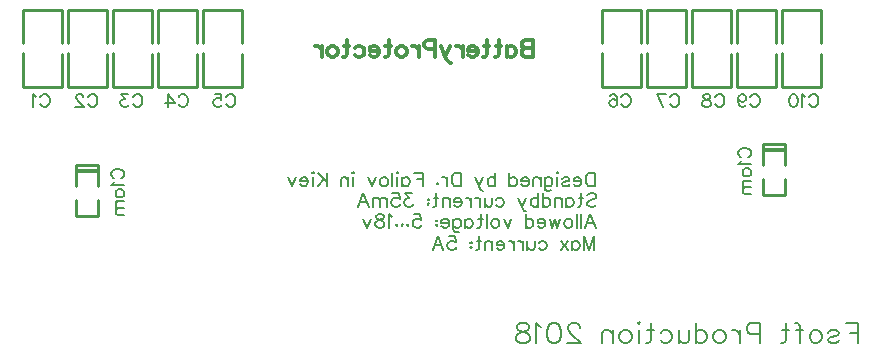
<source format=gbo>
G04 ---------------------------- Layer name :BOTTOM SILK LAYER*
G04 EasyEDA v5.5.15, Sun, 01 Jul 2018 10:37:49 GMT*
G04 c73fb6d924554c21b160e83e72d7d2f4*
G04 Gerber Generator version 0.2*
G04 Scale: 100 percent, Rotated: No, Reflected: No *
G04 Dimensions in millimeters *
G04 leading zeros omitted , absolute positions ,3 integer and 3 decimal *
%FSLAX33Y33*%
%MOMM*%
G90*
G71D02*

%ADD10C,0.254000*%
%ADD15C,0.203200*%
%ADD16C,0.177800*%
%ADD39C,0.330200*%
%ADD41C,0.299999*%
%ADD42C,0.269999*%

%LPD*%
G54D42*
G01X4673Y27406D02*
G01X4673Y30276D01*
G01X8001Y30276D01*
G01X8001Y27406D01*
G01X8001Y27406D01*
G01X8001Y26492D02*
G01X8001Y26517D01*
G01X8001Y23698D01*
G01X4673Y23698D01*
G01X4673Y26568D01*
G01X8483Y27406D02*
G01X8483Y30276D01*
G01X11811Y30276D01*
G01X11811Y27406D01*
G01X11811Y27406D01*
G01X11811Y26492D02*
G01X11811Y26517D01*
G01X11811Y23698D01*
G01X8483Y23698D01*
G01X8483Y26568D01*
G01X12293Y27406D02*
G01X12293Y30276D01*
G01X15621Y30276D01*
G01X15621Y27406D01*
G01X15621Y27406D01*
G01X15621Y26492D02*
G01X15621Y26517D01*
G01X15621Y23698D01*
G01X12293Y23698D01*
G01X12293Y26568D01*
G01X16103Y27406D02*
G01X16103Y30276D01*
G01X19431Y30276D01*
G01X19431Y27406D01*
G01X19431Y27406D01*
G01X19431Y26492D02*
G01X19431Y26517D01*
G01X19431Y23698D01*
G01X16103Y23698D01*
G01X16103Y26568D01*
G01X19913Y27406D02*
G01X19913Y30276D01*
G01X23241Y30276D01*
G01X23241Y27406D01*
G01X23241Y27406D01*
G01X23241Y26492D02*
G01X23241Y26517D01*
G01X23241Y23698D01*
G01X19913Y23698D01*
G01X19913Y26568D01*
G01X53695Y27406D02*
G01X53695Y30276D01*
G01X57023Y30276D01*
G01X57023Y27406D01*
G01X57023Y27406D01*
G01X57023Y26492D02*
G01X57023Y26517D01*
G01X57023Y23698D01*
G01X53695Y23698D01*
G01X53695Y26568D01*
G01X57505Y27406D02*
G01X57505Y30276D01*
G01X60833Y30276D01*
G01X60833Y27406D01*
G01X60833Y27406D01*
G01X60833Y26492D02*
G01X60833Y26517D01*
G01X60833Y23698D01*
G01X57505Y23698D01*
G01X57505Y26568D01*
G01X61315Y27406D02*
G01X61315Y30276D01*
G01X64643Y30276D01*
G01X64643Y27406D01*
G01X64643Y27406D01*
G01X64643Y26492D02*
G01X64643Y26517D01*
G01X64643Y23698D01*
G01X61315Y23698D01*
G01X61315Y26568D01*
G01X65125Y27406D02*
G01X65125Y30276D01*
G01X68453Y30276D01*
G01X68453Y27406D01*
G01X68453Y27406D01*
G01X68453Y26492D02*
G01X68453Y26517D01*
G01X68453Y23698D01*
G01X65125Y23698D01*
G01X65125Y26568D01*
G01X68935Y27406D02*
G01X68935Y30276D01*
G01X72263Y30276D01*
G01X72263Y27406D01*
G01X72263Y27406D01*
G01X72263Y26492D02*
G01X72263Y26517D01*
G01X72263Y23698D01*
G01X68935Y23698D01*
G01X68935Y26568D01*
G54D39*
G01X69199Y18409D02*
G01X67452Y18409D01*
G54D10*
G01X69253Y17084D02*
G01X69253Y18884D01*
G01X67398Y18884D01*
G01X69253Y15885D02*
G01X69253Y14610D01*
G01X67398Y14610D01*
G01X67398Y14610D02*
G01X67398Y15885D01*
G01X67398Y17084D02*
G01X67398Y18884D01*
G54D39*
G01X11033Y16631D02*
G01X9286Y16631D01*
G54D10*
G01X11087Y15306D02*
G01X11087Y17106D01*
G01X9232Y17106D01*
G01X11087Y14107D02*
G01X11087Y12832D01*
G01X9232Y12832D01*
G01X9232Y12832D02*
G01X9232Y14107D01*
G01X9232Y15306D02*
G01X9232Y17106D01*
G54D16*
G01X6190Y22854D02*
G01X6242Y22958D01*
G01X6346Y23062D01*
G01X6450Y23113D01*
G01X6658Y23113D01*
G01X6762Y23062D01*
G01X6866Y22958D01*
G01X6918Y22854D01*
G01X6969Y22698D01*
G01X6969Y22438D01*
G01X6918Y22282D01*
G01X6866Y22178D01*
G01X6762Y22074D01*
G01X6658Y22022D01*
G01X6450Y22022D01*
G01X6346Y22074D01*
G01X6242Y22178D01*
G01X6190Y22282D01*
G01X5847Y22906D02*
G01X5743Y22958D01*
G01X5588Y23113D01*
G01X5588Y22022D01*
G01X10214Y22854D02*
G01X10266Y22958D01*
G01X10370Y23062D01*
G01X10473Y23113D01*
G01X10681Y23113D01*
G01X10785Y23062D01*
G01X10889Y22958D01*
G01X10941Y22854D01*
G01X10993Y22698D01*
G01X10993Y22438D01*
G01X10941Y22282D01*
G01X10889Y22178D01*
G01X10785Y22074D01*
G01X10681Y22022D01*
G01X10473Y22022D01*
G01X10370Y22074D01*
G01X10266Y22178D01*
G01X10214Y22282D01*
G01X9819Y22854D02*
G01X9819Y22906D01*
G01X9767Y23010D01*
G01X9715Y23062D01*
G01X9611Y23113D01*
G01X9403Y23113D01*
G01X9299Y23062D01*
G01X9247Y23010D01*
G01X9195Y22906D01*
G01X9195Y22802D01*
G01X9247Y22698D01*
G01X9351Y22542D01*
G01X9871Y22022D01*
G01X9143Y22022D01*
G01X14024Y22854D02*
G01X14076Y22958D01*
G01X14180Y23062D01*
G01X14283Y23113D01*
G01X14491Y23113D01*
G01X14595Y23062D01*
G01X14699Y22958D01*
G01X14751Y22854D01*
G01X14803Y22698D01*
G01X14803Y22438D01*
G01X14751Y22282D01*
G01X14699Y22178D01*
G01X14595Y22074D01*
G01X14491Y22022D01*
G01X14283Y22022D01*
G01X14180Y22074D01*
G01X14076Y22178D01*
G01X14024Y22282D01*
G01X13577Y23113D02*
G01X13005Y23113D01*
G01X13317Y22698D01*
G01X13161Y22698D01*
G01X13057Y22646D01*
G01X13005Y22594D01*
G01X12953Y22438D01*
G01X12953Y22334D01*
G01X13005Y22178D01*
G01X13109Y22074D01*
G01X13265Y22022D01*
G01X13421Y22022D01*
G01X13577Y22074D01*
G01X13629Y22126D01*
G01X13681Y22230D01*
G01X17886Y22854D02*
G01X17938Y22958D01*
G01X18042Y23062D01*
G01X18145Y23113D01*
G01X18353Y23113D01*
G01X18457Y23062D01*
G01X18561Y22958D01*
G01X18613Y22854D01*
G01X18665Y22698D01*
G01X18665Y22438D01*
G01X18613Y22282D01*
G01X18561Y22178D01*
G01X18457Y22074D01*
G01X18353Y22022D01*
G01X18145Y22022D01*
G01X18042Y22074D01*
G01X17938Y22178D01*
G01X17886Y22282D01*
G01X17023Y23113D02*
G01X17543Y22386D01*
G01X16763Y22386D01*
G01X17023Y23113D02*
G01X17023Y22022D01*
G01X21898Y22854D02*
G01X21950Y22958D01*
G01X22054Y23062D01*
G01X22157Y23113D01*
G01X22365Y23113D01*
G01X22469Y23062D01*
G01X22573Y22958D01*
G01X22625Y22854D01*
G01X22677Y22698D01*
G01X22677Y22438D01*
G01X22625Y22282D01*
G01X22573Y22178D01*
G01X22469Y22074D01*
G01X22365Y22022D01*
G01X22157Y22022D01*
G01X22054Y22074D01*
G01X21950Y22178D01*
G01X21898Y22282D01*
G01X20931Y23113D02*
G01X21451Y23113D01*
G01X21503Y22646D01*
G01X21451Y22698D01*
G01X21295Y22750D01*
G01X21139Y22750D01*
G01X20983Y22698D01*
G01X20879Y22594D01*
G01X20827Y22438D01*
G01X20827Y22334D01*
G01X20879Y22178D01*
G01X20983Y22074D01*
G01X21139Y22022D01*
G01X21295Y22022D01*
G01X21451Y22074D01*
G01X21503Y22126D01*
G01X21555Y22230D01*
G01X55374Y22854D02*
G01X55426Y22958D01*
G01X55530Y23062D01*
G01X55634Y23113D01*
G01X55841Y23113D01*
G01X55945Y23062D01*
G01X56049Y22958D01*
G01X56101Y22854D01*
G01X56153Y22698D01*
G01X56153Y22438D01*
G01X56101Y22282D01*
G01X56049Y22178D01*
G01X55945Y22074D01*
G01X55841Y22022D01*
G01X55634Y22022D01*
G01X55530Y22074D01*
G01X55426Y22178D01*
G01X55374Y22282D01*
G01X54407Y22958D02*
G01X54459Y23062D01*
G01X54615Y23113D01*
G01X54719Y23113D01*
G01X54875Y23062D01*
G01X54979Y22906D01*
G01X55031Y22646D01*
G01X55031Y22386D01*
G01X54979Y22178D01*
G01X54875Y22074D01*
G01X54719Y22022D01*
G01X54667Y22022D01*
G01X54511Y22074D01*
G01X54407Y22178D01*
G01X54355Y22334D01*
G01X54355Y22386D01*
G01X54407Y22542D01*
G01X54511Y22646D01*
G01X54667Y22698D01*
G01X54719Y22698D01*
G01X54875Y22646D01*
G01X54979Y22542D01*
G01X55031Y22386D01*
G01X59490Y22854D02*
G01X59542Y22958D01*
G01X59646Y23062D01*
G01X59750Y23114D01*
G01X59957Y23114D01*
G01X60061Y23062D01*
G01X60165Y22958D01*
G01X60217Y22854D01*
G01X60269Y22698D01*
G01X60269Y22438D01*
G01X60217Y22282D01*
G01X60165Y22178D01*
G01X60061Y22074D01*
G01X59957Y22022D01*
G01X59750Y22022D01*
G01X59646Y22074D01*
G01X59542Y22178D01*
G01X59490Y22282D01*
G01X58419Y23114D02*
G01X58939Y22022D01*
G01X59147Y23114D02*
G01X58419Y23114D01*
G01X63300Y22854D02*
G01X63352Y22958D01*
G01X63456Y23062D01*
G01X63560Y23114D01*
G01X63767Y23114D01*
G01X63871Y23062D01*
G01X63975Y22958D01*
G01X64027Y22854D01*
G01X64079Y22698D01*
G01X64079Y22438D01*
G01X64027Y22282D01*
G01X63975Y22178D01*
G01X63871Y22074D01*
G01X63767Y22022D01*
G01X63560Y22022D01*
G01X63456Y22074D01*
G01X63352Y22178D01*
G01X63300Y22282D01*
G01X62697Y23114D02*
G01X62853Y23062D01*
G01X62905Y22958D01*
G01X62905Y22854D01*
G01X62853Y22750D01*
G01X62749Y22698D01*
G01X62541Y22646D01*
G01X62385Y22594D01*
G01X62281Y22490D01*
G01X62229Y22386D01*
G01X62229Y22230D01*
G01X62281Y22126D01*
G01X62333Y22074D01*
G01X62489Y22022D01*
G01X62697Y22022D01*
G01X62853Y22074D01*
G01X62905Y22126D01*
G01X62957Y22230D01*
G01X62957Y22386D01*
G01X62905Y22490D01*
G01X62801Y22594D01*
G01X62645Y22646D01*
G01X62437Y22698D01*
G01X62333Y22750D01*
G01X62281Y22854D01*
G01X62281Y22958D01*
G01X62333Y23062D01*
G01X62489Y23114D01*
G01X62697Y23114D01*
G01X66296Y22854D02*
G01X66348Y22958D01*
G01X66452Y23062D01*
G01X66556Y23114D01*
G01X66763Y23114D01*
G01X66867Y23062D01*
G01X66971Y22958D01*
G01X67023Y22854D01*
G01X67075Y22698D01*
G01X67075Y22438D01*
G01X67023Y22282D01*
G01X66971Y22178D01*
G01X66867Y22074D01*
G01X66763Y22022D01*
G01X66556Y22022D01*
G01X66452Y22074D01*
G01X66348Y22178D01*
G01X66296Y22282D01*
G01X65277Y22750D02*
G01X65329Y22594D01*
G01X65433Y22490D01*
G01X65589Y22438D01*
G01X65641Y22438D01*
G01X65797Y22490D01*
G01X65901Y22594D01*
G01X65953Y22750D01*
G01X65953Y22802D01*
G01X65901Y22958D01*
G01X65797Y23062D01*
G01X65641Y23114D01*
G01X65589Y23114D01*
G01X65433Y23062D01*
G01X65329Y22958D01*
G01X65277Y22750D01*
G01X65277Y22490D01*
G01X65329Y22230D01*
G01X65433Y22074D01*
G01X65589Y22022D01*
G01X65693Y22022D01*
G01X65849Y22074D01*
G01X65901Y22178D01*
G01X71268Y22854D02*
G01X71320Y22958D01*
G01X71424Y23062D01*
G01X71528Y23114D01*
G01X71736Y23114D01*
G01X71840Y23062D01*
G01X71944Y22958D01*
G01X71996Y22854D01*
G01X72048Y22698D01*
G01X72048Y22438D01*
G01X71996Y22282D01*
G01X71944Y22178D01*
G01X71840Y22074D01*
G01X71736Y22022D01*
G01X71528Y22022D01*
G01X71424Y22074D01*
G01X71320Y22178D01*
G01X71268Y22282D01*
G01X70926Y22906D02*
G01X70822Y22958D01*
G01X70666Y23114D01*
G01X70666Y22022D01*
G01X70011Y23114D02*
G01X70167Y23062D01*
G01X70271Y22906D01*
G01X70323Y22646D01*
G01X70323Y22490D01*
G01X70271Y22230D01*
G01X70167Y22074D01*
G01X70011Y22022D01*
G01X69907Y22022D01*
G01X69751Y22074D01*
G01X69648Y22230D01*
G01X69596Y22490D01*
G01X69596Y22646D01*
G01X69648Y22906D01*
G01X69751Y23062D01*
G01X69907Y23114D01*
G01X70011Y23114D01*
G01X65537Y17762D02*
G01X65433Y17814D01*
G01X65329Y17918D01*
G01X65277Y18022D01*
G01X65277Y18230D01*
G01X65329Y18334D01*
G01X65433Y18438D01*
G01X65537Y18490D01*
G01X65693Y18542D01*
G01X65953Y18542D01*
G01X66109Y18490D01*
G01X66213Y18438D01*
G01X66317Y18334D01*
G01X66368Y18230D01*
G01X66368Y18022D01*
G01X66317Y17918D01*
G01X66213Y17814D01*
G01X66109Y17762D01*
G01X65485Y17419D02*
G01X65433Y17315D01*
G01X65277Y17160D01*
G01X66368Y17160D01*
G01X65641Y16557D02*
G01X65693Y16661D01*
G01X65797Y16765D01*
G01X65953Y16817D01*
G01X66057Y16817D01*
G01X66213Y16765D01*
G01X66317Y16661D01*
G01X66368Y16557D01*
G01X66368Y16401D01*
G01X66317Y16297D01*
G01X66213Y16193D01*
G01X66057Y16141D01*
G01X65953Y16141D01*
G01X65797Y16193D01*
G01X65693Y16297D01*
G01X65641Y16401D01*
G01X65641Y16557D01*
G01X65641Y15798D02*
G01X66368Y15798D01*
G01X65849Y15798D02*
G01X65693Y15642D01*
G01X65641Y15539D01*
G01X65641Y15383D01*
G01X65693Y15279D01*
G01X65849Y15227D01*
G01X66368Y15227D01*
G01X65849Y15227D02*
G01X65693Y15071D01*
G01X65641Y14967D01*
G01X65641Y14811D01*
G01X65693Y14707D01*
G01X65849Y14655D01*
G01X66368Y14655D01*
G01X12449Y15987D02*
G01X12345Y16039D01*
G01X12241Y16143D01*
G01X12189Y16247D01*
G01X12189Y16454D01*
G01X12241Y16558D01*
G01X12345Y16662D01*
G01X12449Y16714D01*
G01X12605Y16766D01*
G01X12864Y16766D01*
G01X13020Y16714D01*
G01X13124Y16662D01*
G01X13228Y16558D01*
G01X13280Y16454D01*
G01X13280Y16247D01*
G01X13228Y16143D01*
G01X13124Y16039D01*
G01X13020Y15987D01*
G01X12397Y15644D02*
G01X12345Y15540D01*
G01X12189Y15384D01*
G01X13280Y15384D01*
G01X12553Y14781D02*
G01X12605Y14885D01*
G01X12708Y14989D01*
G01X12864Y15041D01*
G01X12968Y15041D01*
G01X13124Y14989D01*
G01X13228Y14885D01*
G01X13280Y14781D01*
G01X13280Y14626D01*
G01X13228Y14522D01*
G01X13124Y14418D01*
G01X12968Y14366D01*
G01X12864Y14366D01*
G01X12708Y14418D01*
G01X12605Y14522D01*
G01X12553Y14626D01*
G01X12553Y14781D01*
G01X12553Y14023D02*
G01X13280Y14023D01*
G01X12760Y14023D02*
G01X12605Y13867D01*
G01X12553Y13763D01*
G01X12553Y13607D01*
G01X12605Y13503D01*
G01X12760Y13451D01*
G01X13280Y13451D01*
G01X12760Y13451D02*
G01X12605Y13295D01*
G01X12553Y13192D01*
G01X12553Y13036D01*
G01X12605Y12932D01*
G01X12760Y12880D01*
G01X13280Y12880D01*
G54D41*
G01X47873Y27686D02*
G01X47873Y26254D01*
G01X47873Y27686D02*
G01X47259Y27686D01*
G01X47054Y27617D01*
G01X46986Y27549D01*
G01X46918Y27413D01*
G01X46918Y27276D01*
G01X46986Y27140D01*
G01X47054Y27072D01*
G01X47259Y27004D01*
G01X47873Y27004D02*
G01X47259Y27004D01*
G01X47054Y26935D01*
G01X46986Y26867D01*
G01X46918Y26731D01*
G01X46918Y26526D01*
G01X46986Y26390D01*
G01X47054Y26322D01*
G01X47259Y26254D01*
G01X47873Y26254D01*
G01X45650Y27208D02*
G01X45650Y26254D01*
G01X45650Y27004D02*
G01X45786Y27140D01*
G01X45923Y27208D01*
G01X46127Y27208D01*
G01X46263Y27140D01*
G01X46400Y27004D01*
G01X46468Y26799D01*
G01X46468Y26663D01*
G01X46400Y26458D01*
G01X46263Y26322D01*
G01X46127Y26254D01*
G01X45923Y26254D01*
G01X45786Y26322D01*
G01X45650Y26458D01*
G01X44995Y27686D02*
G01X44995Y26526D01*
G01X44927Y26322D01*
G01X44791Y26254D01*
G01X44654Y26254D01*
G01X45200Y27208D02*
G01X44723Y27208D01*
G01X44000Y27686D02*
G01X44000Y26526D01*
G01X43932Y26322D01*
G01X43795Y26254D01*
G01X43659Y26254D01*
G01X44204Y27208D02*
G01X43727Y27208D01*
G01X43209Y26799D02*
G01X42391Y26799D01*
G01X42391Y26935D01*
G01X42459Y27072D01*
G01X42527Y27140D01*
G01X42663Y27208D01*
G01X42868Y27208D01*
G01X43004Y27140D01*
G01X43141Y27004D01*
G01X43209Y26799D01*
G01X43209Y26663D01*
G01X43141Y26458D01*
G01X43004Y26322D01*
G01X42868Y26254D01*
G01X42663Y26254D01*
G01X42527Y26322D01*
G01X42391Y26458D01*
G01X41941Y27208D02*
G01X41941Y26254D01*
G01X41941Y26799D02*
G01X41873Y27004D01*
G01X41736Y27140D01*
G01X41600Y27208D01*
G01X41395Y27208D01*
G01X40877Y27208D02*
G01X40468Y26254D01*
G01X40059Y27208D02*
G01X40468Y26254D01*
G01X40604Y25981D01*
G01X40741Y25845D01*
G01X40877Y25776D01*
G01X40945Y25776D01*
G01X39609Y27686D02*
G01X39609Y26254D01*
G01X39609Y27686D02*
G01X38995Y27686D01*
G01X38791Y27617D01*
G01X38723Y27549D01*
G01X38654Y27413D01*
G01X38654Y27208D01*
G01X38723Y27072D01*
G01X38791Y27004D01*
G01X38995Y26935D01*
G01X39609Y26935D01*
G01X38204Y27208D02*
G01X38204Y26254D01*
G01X38204Y26799D02*
G01X38136Y27004D01*
G01X38000Y27140D01*
G01X37864Y27208D01*
G01X37659Y27208D01*
G01X36868Y27208D02*
G01X37004Y27140D01*
G01X37141Y27004D01*
G01X37209Y26799D01*
G01X37209Y26663D01*
G01X37141Y26458D01*
G01X37004Y26322D01*
G01X36868Y26254D01*
G01X36664Y26254D01*
G01X36527Y26322D01*
G01X36391Y26458D01*
G01X36323Y26663D01*
G01X36323Y26799D01*
G01X36391Y27004D01*
G01X36527Y27140D01*
G01X36664Y27208D01*
G01X36868Y27208D01*
G01X35668Y27686D02*
G01X35668Y26526D01*
G01X35600Y26322D01*
G01X35464Y26254D01*
G01X35327Y26254D01*
G01X35873Y27208D02*
G01X35395Y27208D01*
G01X34877Y26799D02*
G01X34059Y26799D01*
G01X34059Y26935D01*
G01X34127Y27072D01*
G01X34195Y27140D01*
G01X34332Y27208D01*
G01X34536Y27208D01*
G01X34673Y27140D01*
G01X34809Y27004D01*
G01X34877Y26799D01*
G01X34877Y26663D01*
G01X34809Y26458D01*
G01X34673Y26322D01*
G01X34536Y26254D01*
G01X34332Y26254D01*
G01X34195Y26322D01*
G01X34059Y26458D01*
G01X32791Y27004D02*
G01X32927Y27140D01*
G01X33064Y27208D01*
G01X33268Y27208D01*
G01X33404Y27140D01*
G01X33541Y27004D01*
G01X33609Y26799D01*
G01X33609Y26663D01*
G01X33541Y26458D01*
G01X33404Y26322D01*
G01X33268Y26254D01*
G01X33064Y26254D01*
G01X32927Y26322D01*
G01X32791Y26458D01*
G01X32136Y27686D02*
G01X32136Y26526D01*
G01X32068Y26322D01*
G01X31932Y26254D01*
G01X31795Y26254D01*
G01X32341Y27208D02*
G01X31864Y27208D01*
G01X31004Y27208D02*
G01X31141Y27140D01*
G01X31277Y27004D01*
G01X31345Y26799D01*
G01X31345Y26663D01*
G01X31277Y26458D01*
G01X31141Y26322D01*
G01X31004Y26254D01*
G01X30800Y26254D01*
G01X30664Y26322D01*
G01X30527Y26458D01*
G01X30459Y26663D01*
G01X30459Y26799D01*
G01X30527Y27004D01*
G01X30664Y27140D01*
G01X30800Y27208D01*
G01X31004Y27208D01*
G01X30009Y27208D02*
G01X30009Y26254D01*
G01X30009Y26799D02*
G01X29941Y27004D01*
G01X29804Y27140D01*
G01X29668Y27208D01*
G01X29464Y27208D01*
G54D15*
G01X75412Y3728D02*
G01X75412Y2010D01*
G01X75412Y3728D02*
G01X74349Y3728D01*
G01X75412Y2910D02*
G01X74758Y2910D01*
G01X72909Y2910D02*
G01X72991Y3073D01*
G01X73236Y3155D01*
G01X73481Y3155D01*
G01X73727Y3073D01*
G01X73809Y2910D01*
G01X73727Y2746D01*
G01X73563Y2664D01*
G01X73154Y2582D01*
G01X72991Y2500D01*
G01X72909Y2337D01*
G01X72909Y2255D01*
G01X72991Y2091D01*
G01X73236Y2010D01*
G01X73481Y2010D01*
G01X73727Y2091D01*
G01X73809Y2255D01*
G01X71960Y3155D02*
G01X72123Y3073D01*
G01X72287Y2910D01*
G01X72369Y2664D01*
G01X72369Y2500D01*
G01X72287Y2255D01*
G01X72123Y2091D01*
G01X71960Y2010D01*
G01X71714Y2010D01*
G01X71551Y2091D01*
G01X71387Y2255D01*
G01X71305Y2500D01*
G01X71305Y2664D01*
G01X71387Y2910D01*
G01X71551Y3073D01*
G01X71714Y3155D01*
G01X71960Y3155D01*
G01X70111Y3728D02*
G01X70274Y3728D01*
G01X70438Y3646D01*
G01X70520Y3400D01*
G01X70520Y2010D01*
G01X70765Y3155D02*
G01X70192Y3155D01*
G01X69325Y3728D02*
G01X69325Y2337D01*
G01X69243Y2091D01*
G01X69080Y2010D01*
G01X68916Y2010D01*
G01X69571Y3155D02*
G01X68998Y3155D01*
G01X67116Y3728D02*
G01X67116Y2010D01*
G01X67116Y3728D02*
G01X66380Y3728D01*
G01X66134Y3646D01*
G01X66052Y3564D01*
G01X65971Y3400D01*
G01X65971Y3155D01*
G01X66052Y2991D01*
G01X66134Y2910D01*
G01X66380Y2828D01*
G01X67116Y2828D01*
G01X65431Y3155D02*
G01X65431Y2010D01*
G01X65431Y2664D02*
G01X65349Y2910D01*
G01X65185Y3073D01*
G01X65021Y3155D01*
G01X64776Y3155D01*
G01X63827Y3155D02*
G01X63991Y3073D01*
G01X64154Y2910D01*
G01X64236Y2664D01*
G01X64236Y2500D01*
G01X64154Y2255D01*
G01X63991Y2091D01*
G01X63827Y2010D01*
G01X63581Y2010D01*
G01X63418Y2091D01*
G01X63254Y2255D01*
G01X63172Y2500D01*
G01X63172Y2664D01*
G01X63254Y2910D01*
G01X63418Y3073D01*
G01X63581Y3155D01*
G01X63827Y3155D01*
G01X61651Y3728D02*
G01X61651Y2010D01*
G01X61651Y2910D02*
G01X61814Y3073D01*
G01X61978Y3155D01*
G01X62223Y3155D01*
G01X62387Y3073D01*
G01X62551Y2910D01*
G01X62632Y2664D01*
G01X62632Y2500D01*
G01X62551Y2255D01*
G01X62387Y2091D01*
G01X62223Y2010D01*
G01X61978Y2010D01*
G01X61814Y2091D01*
G01X61651Y2255D01*
G01X61111Y3155D02*
G01X61111Y2337D01*
G01X61029Y2091D01*
G01X60865Y2010D01*
G01X60620Y2010D01*
G01X60456Y2091D01*
G01X60211Y2337D01*
G01X60211Y3155D02*
G01X60211Y2010D01*
G01X58689Y2910D02*
G01X58852Y3073D01*
G01X59016Y3155D01*
G01X59261Y3155D01*
G01X59425Y3073D01*
G01X59589Y2910D01*
G01X59671Y2664D01*
G01X59671Y2500D01*
G01X59589Y2255D01*
G01X59425Y2091D01*
G01X59261Y2010D01*
G01X59016Y2010D01*
G01X58852Y2091D01*
G01X58689Y2255D01*
G01X57903Y3728D02*
G01X57903Y2337D01*
G01X57821Y2091D01*
G01X57658Y2010D01*
G01X57494Y2010D01*
G01X58149Y3155D02*
G01X57576Y3155D01*
G01X56954Y3728D02*
G01X56872Y3646D01*
G01X56791Y3728D01*
G01X56872Y3810D01*
G01X56954Y3728D01*
G01X56872Y3155D02*
G01X56872Y2010D01*
G01X55841Y3155D02*
G01X56005Y3073D01*
G01X56169Y2910D01*
G01X56251Y2664D01*
G01X56251Y2500D01*
G01X56169Y2255D01*
G01X56005Y2091D01*
G01X55841Y2010D01*
G01X55596Y2010D01*
G01X55432Y2091D01*
G01X55269Y2255D01*
G01X55187Y2500D01*
G01X55187Y2664D01*
G01X55269Y2910D01*
G01X55432Y3073D01*
G01X55596Y3155D01*
G01X55841Y3155D01*
G01X54647Y3155D02*
G01X54647Y2010D01*
G01X54647Y2828D02*
G01X54401Y3073D01*
G01X54238Y3155D01*
G01X53992Y3155D01*
G01X53829Y3073D01*
G01X53747Y2828D01*
G01X53747Y2010D01*
G01X51865Y3319D02*
G01X51865Y3400D01*
G01X51783Y3564D01*
G01X51701Y3646D01*
G01X51538Y3728D01*
G01X51211Y3728D01*
G01X51047Y3646D01*
G01X50965Y3564D01*
G01X50883Y3400D01*
G01X50883Y3237D01*
G01X50965Y3073D01*
G01X51129Y2828D01*
G01X51947Y2010D01*
G01X50801Y2010D01*
G01X49771Y3728D02*
G01X50016Y3646D01*
G01X50180Y3400D01*
G01X50261Y2991D01*
G01X50261Y2746D01*
G01X50180Y2337D01*
G01X50016Y2091D01*
G01X49771Y2010D01*
G01X49607Y2010D01*
G01X49361Y2091D01*
G01X49198Y2337D01*
G01X49116Y2746D01*
G01X49116Y2991D01*
G01X49198Y3400D01*
G01X49361Y3646D01*
G01X49607Y3728D01*
G01X49771Y3728D01*
G01X48576Y3400D02*
G01X48412Y3482D01*
G01X48167Y3728D01*
G01X48167Y2010D01*
G01X47218Y3728D02*
G01X47463Y3646D01*
G01X47545Y3482D01*
G01X47545Y3319D01*
G01X47463Y3155D01*
G01X47300Y3073D01*
G01X46972Y2991D01*
G01X46727Y2910D01*
G01X46563Y2746D01*
G01X46482Y2582D01*
G01X46482Y2337D01*
G01X46563Y2173D01*
G01X46645Y2091D01*
G01X46891Y2010D01*
G01X47218Y2010D01*
G01X47463Y2091D01*
G01X47545Y2173D01*
G01X47627Y2337D01*
G01X47627Y2582D01*
G01X47545Y2746D01*
G01X47381Y2910D01*
G01X47136Y2991D01*
G01X46809Y3073D01*
G01X46645Y3155D01*
G01X46563Y3319D01*
G01X46563Y3482D01*
G01X46645Y3646D01*
G01X46891Y3728D01*
G01X47218Y3728D01*
G01X53108Y16455D02*
G01X53108Y15310D01*
G01X53108Y16455D02*
G01X52727Y16455D01*
G01X52563Y16400D01*
G01X52454Y16291D01*
G01X52399Y16182D01*
G01X52345Y16019D01*
G01X52345Y15746D01*
G01X52399Y15582D01*
G01X52454Y15473D01*
G01X52563Y15364D01*
G01X52727Y15310D01*
G01X53108Y15310D01*
G01X51985Y15746D02*
G01X51330Y15746D01*
G01X51330Y15855D01*
G01X51385Y15964D01*
G01X51439Y16019D01*
G01X51548Y16073D01*
G01X51712Y16073D01*
G01X51821Y16019D01*
G01X51930Y15910D01*
G01X51985Y15746D01*
G01X51985Y15637D01*
G01X51930Y15473D01*
G01X51821Y15364D01*
G01X51712Y15310D01*
G01X51548Y15310D01*
G01X51439Y15364D01*
G01X51330Y15473D01*
G01X50370Y15910D02*
G01X50425Y16019D01*
G01X50588Y16073D01*
G01X50752Y16073D01*
G01X50916Y16019D01*
G01X50970Y15910D01*
G01X50916Y15800D01*
G01X50807Y15746D01*
G01X50534Y15691D01*
G01X50425Y15637D01*
G01X50370Y15528D01*
G01X50370Y15473D01*
G01X50425Y15364D01*
G01X50588Y15310D01*
G01X50752Y15310D01*
G01X50916Y15364D01*
G01X50970Y15473D01*
G01X50010Y16455D02*
G01X49956Y16400D01*
G01X49901Y16455D01*
G01X49956Y16510D01*
G01X50010Y16455D01*
G01X49956Y16073D02*
G01X49956Y15310D01*
G01X48887Y16073D02*
G01X48887Y15200D01*
G01X48941Y15037D01*
G01X48996Y14982D01*
G01X49105Y14928D01*
G01X49268Y14928D01*
G01X49377Y14982D01*
G01X48887Y15910D02*
G01X48996Y16019D01*
G01X49105Y16073D01*
G01X49268Y16073D01*
G01X49377Y16019D01*
G01X49487Y15910D01*
G01X49541Y15746D01*
G01X49541Y15637D01*
G01X49487Y15473D01*
G01X49377Y15364D01*
G01X49268Y15310D01*
G01X49105Y15310D01*
G01X48996Y15364D01*
G01X48887Y15473D01*
G01X48527Y16073D02*
G01X48527Y15310D01*
G01X48527Y15855D02*
G01X48363Y16019D01*
G01X48254Y16073D01*
G01X48090Y16073D01*
G01X47981Y16019D01*
G01X47927Y15855D01*
G01X47927Y15310D01*
G01X47567Y15746D02*
G01X46912Y15746D01*
G01X46912Y15855D01*
G01X46967Y15964D01*
G01X47021Y16019D01*
G01X47130Y16073D01*
G01X47294Y16073D01*
G01X47403Y16019D01*
G01X47512Y15910D01*
G01X47567Y15746D01*
G01X47567Y15637D01*
G01X47512Y15473D01*
G01X47403Y15364D01*
G01X47294Y15310D01*
G01X47130Y15310D01*
G01X47021Y15364D01*
G01X46912Y15473D01*
G01X45897Y16455D02*
G01X45897Y15310D01*
G01X45897Y15910D02*
G01X46007Y16019D01*
G01X46116Y16073D01*
G01X46279Y16073D01*
G01X46388Y16019D01*
G01X46497Y15910D01*
G01X46552Y15746D01*
G01X46552Y15637D01*
G01X46497Y15473D01*
G01X46388Y15364D01*
G01X46279Y15310D01*
G01X46116Y15310D01*
G01X46007Y15364D01*
G01X45897Y15473D01*
G01X44697Y16455D02*
G01X44697Y15310D01*
G01X44697Y15910D02*
G01X44588Y16019D01*
G01X44479Y16073D01*
G01X44316Y16073D01*
G01X44207Y16019D01*
G01X44097Y15910D01*
G01X44043Y15746D01*
G01X44043Y15637D01*
G01X44097Y15473D01*
G01X44207Y15364D01*
G01X44316Y15310D01*
G01X44479Y15310D01*
G01X44588Y15364D01*
G01X44697Y15473D01*
G01X43628Y16073D02*
G01X43301Y15310D01*
G01X42974Y16073D02*
G01X43301Y15310D01*
G01X43410Y15091D01*
G01X43519Y14982D01*
G01X43628Y14928D01*
G01X43683Y14928D01*
G01X41774Y16455D02*
G01X41774Y15310D01*
G01X41774Y16455D02*
G01X41392Y16455D01*
G01X41228Y16400D01*
G01X41119Y16291D01*
G01X41065Y16182D01*
G01X41010Y16019D01*
G01X41010Y15746D01*
G01X41065Y15582D01*
G01X41119Y15473D01*
G01X41228Y15364D01*
G01X41392Y15310D01*
G01X41774Y15310D01*
G01X40650Y16073D02*
G01X40650Y15310D01*
G01X40650Y15746D02*
G01X40596Y15910D01*
G01X40487Y16019D01*
G01X40377Y16073D01*
G01X40214Y16073D01*
G01X39799Y15582D02*
G01X39854Y15528D01*
G01X39799Y15473D01*
G01X39745Y15528D01*
G01X39799Y15582D01*
G01X38545Y16455D02*
G01X38545Y15310D01*
G01X38545Y16455D02*
G01X37836Y16455D01*
G01X38545Y15910D02*
G01X38108Y15910D01*
G01X36821Y16073D02*
G01X36821Y15310D01*
G01X36821Y15910D02*
G01X36930Y16019D01*
G01X37039Y16073D01*
G01X37203Y16073D01*
G01X37312Y16019D01*
G01X37421Y15910D01*
G01X37476Y15746D01*
G01X37476Y15637D01*
G01X37421Y15473D01*
G01X37312Y15364D01*
G01X37203Y15310D01*
G01X37039Y15310D01*
G01X36930Y15364D01*
G01X36821Y15473D01*
G01X36461Y16455D02*
G01X36407Y16400D01*
G01X36352Y16455D01*
G01X36407Y16510D01*
G01X36461Y16455D01*
G01X36407Y16073D02*
G01X36407Y15310D01*
G01X35992Y16455D02*
G01X35992Y15310D01*
G01X35359Y16073D02*
G01X35468Y16019D01*
G01X35577Y15910D01*
G01X35632Y15746D01*
G01X35632Y15637D01*
G01X35577Y15473D01*
G01X35468Y15364D01*
G01X35359Y15310D01*
G01X35196Y15310D01*
G01X35087Y15364D01*
G01X34977Y15473D01*
G01X34923Y15637D01*
G01X34923Y15746D01*
G01X34977Y15910D01*
G01X35087Y16019D01*
G01X35196Y16073D01*
G01X35359Y16073D01*
G01X34563Y16073D02*
G01X34236Y15310D01*
G01X33908Y16073D02*
G01X34236Y15310D01*
G01X32708Y16455D02*
G01X32654Y16400D01*
G01X32599Y16455D01*
G01X32654Y16510D01*
G01X32708Y16455D01*
G01X32654Y16073D02*
G01X32654Y15310D01*
G01X32239Y16073D02*
G01X32239Y15310D01*
G01X32239Y15855D02*
G01X32076Y16019D01*
G01X31967Y16073D01*
G01X31803Y16073D01*
G01X31694Y16019D01*
G01X31639Y15855D01*
G01X31639Y15310D01*
G01X30439Y16455D02*
G01X30439Y15310D01*
G01X29676Y16455D02*
G01X30439Y15691D01*
G01X30167Y15964D02*
G01X29676Y15310D01*
G01X29316Y16455D02*
G01X29261Y16400D01*
G01X29207Y16455D01*
G01X29261Y16510D01*
G01X29316Y16455D01*
G01X29261Y16073D02*
G01X29261Y15310D01*
G01X28847Y15746D02*
G01X28192Y15746D01*
G01X28192Y15855D01*
G01X28247Y15964D01*
G01X28301Y16019D01*
G01X28410Y16073D01*
G01X28574Y16073D01*
G01X28683Y16019D01*
G01X28792Y15910D01*
G01X28847Y15746D01*
G01X28847Y15637D01*
G01X28792Y15473D01*
G01X28683Y15364D01*
G01X28574Y15310D01*
G01X28410Y15310D01*
G01X28301Y15364D01*
G01X28192Y15473D01*
G01X27832Y16073D02*
G01X27505Y15310D01*
G01X27177Y16073D02*
G01X27505Y15310D01*
G01X52488Y14568D02*
G01X52597Y14677D01*
G01X52761Y14732D01*
G01X52979Y14732D01*
G01X53143Y14677D01*
G01X53252Y14568D01*
G01X53252Y14459D01*
G01X53197Y14350D01*
G01X53143Y14295D01*
G01X53033Y14241D01*
G01X52706Y14132D01*
G01X52597Y14077D01*
G01X52543Y14022D01*
G01X52488Y13913D01*
G01X52488Y13750D01*
G01X52597Y13641D01*
G01X52761Y13586D01*
G01X52979Y13586D01*
G01X53143Y13641D01*
G01X53252Y13750D01*
G01X51964Y14732D02*
G01X51964Y13804D01*
G01X51910Y13641D01*
G01X51801Y13586D01*
G01X51692Y13586D01*
G01X52128Y14350D02*
G01X51746Y14350D01*
G01X50677Y14350D02*
G01X50677Y13586D01*
G01X50677Y14186D02*
G01X50786Y14295D01*
G01X50895Y14350D01*
G01X51059Y14350D01*
G01X51168Y14295D01*
G01X51277Y14186D01*
G01X51332Y14022D01*
G01X51332Y13913D01*
G01X51277Y13750D01*
G01X51168Y13641D01*
G01X51059Y13586D01*
G01X50895Y13586D01*
G01X50786Y13641D01*
G01X50677Y13750D01*
G01X50317Y14350D02*
G01X50317Y13586D01*
G01X50317Y14132D02*
G01X50153Y14295D01*
G01X50044Y14350D01*
G01X49881Y14350D01*
G01X49772Y14295D01*
G01X49717Y14132D01*
G01X49717Y13586D01*
G01X48703Y14732D02*
G01X48703Y13586D01*
G01X48703Y14186D02*
G01X48812Y14295D01*
G01X48921Y14350D01*
G01X49084Y14350D01*
G01X49193Y14295D01*
G01X49303Y14186D01*
G01X49357Y14022D01*
G01X49357Y13913D01*
G01X49303Y13750D01*
G01X49193Y13641D01*
G01X49084Y13586D01*
G01X48921Y13586D01*
G01X48812Y13641D01*
G01X48703Y13750D01*
G01X48343Y14732D02*
G01X48343Y13586D01*
G01X48343Y14186D02*
G01X48233Y14295D01*
G01X48124Y14350D01*
G01X47961Y14350D01*
G01X47852Y14295D01*
G01X47743Y14186D01*
G01X47688Y14022D01*
G01X47688Y13913D01*
G01X47743Y13750D01*
G01X47852Y13641D01*
G01X47961Y13586D01*
G01X48124Y13586D01*
G01X48233Y13641D01*
G01X48343Y13750D01*
G01X47273Y14350D02*
G01X46946Y13586D01*
G01X46619Y14350D02*
G01X46946Y13586D01*
G01X47055Y13368D01*
G01X47164Y13259D01*
G01X47273Y13204D01*
G01X47328Y13204D01*
G01X44764Y14186D02*
G01X44873Y14295D01*
G01X44983Y14350D01*
G01X45146Y14350D01*
G01X45255Y14295D01*
G01X45364Y14186D01*
G01X45419Y14022D01*
G01X45419Y13913D01*
G01X45364Y13750D01*
G01X45255Y13641D01*
G01X45146Y13586D01*
G01X44983Y13586D01*
G01X44873Y13641D01*
G01X44764Y13750D01*
G01X44404Y14350D02*
G01X44404Y13804D01*
G01X44350Y13641D01*
G01X44241Y13586D01*
G01X44077Y13586D01*
G01X43968Y13641D01*
G01X43804Y13804D01*
G01X43804Y14350D02*
G01X43804Y13586D01*
G01X43444Y14350D02*
G01X43444Y13586D01*
G01X43444Y14022D02*
G01X43390Y14186D01*
G01X43281Y14295D01*
G01X43172Y14350D01*
G01X43008Y14350D01*
G01X42648Y14350D02*
G01X42648Y13586D01*
G01X42648Y14022D02*
G01X42593Y14186D01*
G01X42484Y14295D01*
G01X42375Y14350D01*
G01X42212Y14350D01*
G01X41852Y14022D02*
G01X41197Y14022D01*
G01X41197Y14132D01*
G01X41252Y14241D01*
G01X41306Y14295D01*
G01X41415Y14350D01*
G01X41579Y14350D01*
G01X41688Y14295D01*
G01X41797Y14186D01*
G01X41852Y14022D01*
G01X41852Y13913D01*
G01X41797Y13750D01*
G01X41688Y13641D01*
G01X41579Y13586D01*
G01X41415Y13586D01*
G01X41306Y13641D01*
G01X41197Y13750D01*
G01X40837Y14350D02*
G01X40837Y13586D01*
G01X40837Y14132D02*
G01X40673Y14295D01*
G01X40564Y14350D01*
G01X40401Y14350D01*
G01X40292Y14295D01*
G01X40237Y14132D01*
G01X40237Y13586D01*
G01X39713Y14732D02*
G01X39713Y13804D01*
G01X39659Y13641D01*
G01X39550Y13586D01*
G01X39441Y13586D01*
G01X39877Y14350D02*
G01X39495Y14350D01*
G01X39026Y14241D02*
G01X39081Y14186D01*
G01X39026Y14132D01*
G01X38972Y14186D01*
G01X39026Y14241D01*
G01X39026Y13859D02*
G01X39081Y13804D01*
G01X39026Y13750D01*
G01X38972Y13804D01*
G01X39026Y13859D01*
G01X37663Y14732D02*
G01X37063Y14732D01*
G01X37390Y14295D01*
G01X37226Y14295D01*
G01X37117Y14241D01*
G01X37063Y14186D01*
G01X37008Y14022D01*
G01X37008Y13913D01*
G01X37063Y13750D01*
G01X37172Y13641D01*
G01X37335Y13586D01*
G01X37499Y13586D01*
G01X37663Y13641D01*
G01X37717Y13695D01*
G01X37772Y13804D01*
G01X35993Y14732D02*
G01X36539Y14732D01*
G01X36593Y14241D01*
G01X36539Y14295D01*
G01X36375Y14350D01*
G01X36212Y14350D01*
G01X36048Y14295D01*
G01X35939Y14186D01*
G01X35884Y14022D01*
G01X35884Y13913D01*
G01X35939Y13750D01*
G01X36048Y13641D01*
G01X36212Y13586D01*
G01X36375Y13586D01*
G01X36539Y13641D01*
G01X36593Y13695D01*
G01X36648Y13804D01*
G01X35524Y14350D02*
G01X35524Y13586D01*
G01X35524Y14132D02*
G01X35361Y14295D01*
G01X35252Y14350D01*
G01X35088Y14350D01*
G01X34979Y14295D01*
G01X34924Y14132D01*
G01X34924Y13586D01*
G01X34924Y14132D02*
G01X34761Y14295D01*
G01X34652Y14350D01*
G01X34488Y14350D01*
G01X34379Y14295D01*
G01X34324Y14132D01*
G01X34324Y13586D01*
G01X33528Y14732D02*
G01X33964Y13586D01*
G01X33528Y14732D02*
G01X33092Y13586D01*
G01X33801Y13968D02*
G01X33255Y13968D01*
G01X52749Y12954D02*
G01X53186Y11808D01*
G01X52749Y12954D02*
G01X52313Y11808D01*
G01X53022Y12190D02*
G01X52477Y12190D01*
G01X51953Y12954D02*
G01X51953Y11808D01*
G01X51593Y12954D02*
G01X51593Y11808D01*
G01X50960Y12572D02*
G01X51069Y12517D01*
G01X51178Y12408D01*
G01X51233Y12244D01*
G01X51233Y12135D01*
G01X51178Y11972D01*
G01X51069Y11863D01*
G01X50960Y11808D01*
G01X50797Y11808D01*
G01X50687Y11863D01*
G01X50578Y11972D01*
G01X50524Y12135D01*
G01X50524Y12244D01*
G01X50578Y12408D01*
G01X50687Y12517D01*
G01X50797Y12572D01*
G01X50960Y12572D01*
G01X50164Y12572D02*
G01X49946Y11808D01*
G01X49727Y12572D02*
G01X49946Y11808D01*
G01X49727Y12572D02*
G01X49509Y11808D01*
G01X49291Y12572D02*
G01X49509Y11808D01*
G01X48931Y12244D02*
G01X48277Y12244D01*
G01X48277Y12354D01*
G01X48331Y12463D01*
G01X48386Y12517D01*
G01X48495Y12572D01*
G01X48658Y12572D01*
G01X48767Y12517D01*
G01X48877Y12408D01*
G01X48931Y12244D01*
G01X48931Y12135D01*
G01X48877Y11972D01*
G01X48767Y11863D01*
G01X48658Y11808D01*
G01X48495Y11808D01*
G01X48386Y11863D01*
G01X48277Y11972D01*
G01X47262Y12954D02*
G01X47262Y11808D01*
G01X47262Y12408D02*
G01X47371Y12517D01*
G01X47480Y12572D01*
G01X47644Y12572D01*
G01X47753Y12517D01*
G01X47862Y12408D01*
G01X47917Y12244D01*
G01X47917Y12135D01*
G01X47862Y11972D01*
G01X47753Y11863D01*
G01X47644Y11808D01*
G01X47480Y11808D01*
G01X47371Y11863D01*
G01X47262Y11972D01*
G01X46062Y12572D02*
G01X45735Y11808D01*
G01X45407Y12572D02*
G01X45735Y11808D01*
G01X44775Y12572D02*
G01X44884Y12517D01*
G01X44993Y12408D01*
G01X45047Y12244D01*
G01X45047Y12135D01*
G01X44993Y11972D01*
G01X44884Y11863D01*
G01X44775Y11808D01*
G01X44611Y11808D01*
G01X44502Y11863D01*
G01X44393Y11972D01*
G01X44338Y12135D01*
G01X44338Y12244D01*
G01X44393Y12408D01*
G01X44502Y12517D01*
G01X44611Y12572D01*
G01X44775Y12572D01*
G01X43978Y12954D02*
G01X43978Y11808D01*
G01X43455Y12954D02*
G01X43455Y12026D01*
G01X43400Y11863D01*
G01X43291Y11808D01*
G01X43182Y11808D01*
G01X43618Y12572D02*
G01X43237Y12572D01*
G01X42167Y12572D02*
G01X42167Y11808D01*
G01X42167Y12408D02*
G01X42277Y12517D01*
G01X42386Y12572D01*
G01X42549Y12572D01*
G01X42658Y12517D01*
G01X42767Y12408D01*
G01X42822Y12244D01*
G01X42822Y12135D01*
G01X42767Y11972D01*
G01X42658Y11863D01*
G01X42549Y11808D01*
G01X42386Y11808D01*
G01X42277Y11863D01*
G01X42167Y11972D01*
G01X41153Y12572D02*
G01X41153Y11699D01*
G01X41207Y11535D01*
G01X41262Y11481D01*
G01X41371Y11426D01*
G01X41535Y11426D01*
G01X41644Y11481D01*
G01X41153Y12408D02*
G01X41262Y12517D01*
G01X41371Y12572D01*
G01X41535Y12572D01*
G01X41644Y12517D01*
G01X41753Y12408D01*
G01X41807Y12244D01*
G01X41807Y12135D01*
G01X41753Y11972D01*
G01X41644Y11863D01*
G01X41535Y11808D01*
G01X41371Y11808D01*
G01X41262Y11863D01*
G01X41153Y11972D01*
G01X40793Y12244D02*
G01X40138Y12244D01*
G01X40138Y12354D01*
G01X40193Y12463D01*
G01X40247Y12517D01*
G01X40357Y12572D01*
G01X40520Y12572D01*
G01X40629Y12517D01*
G01X40738Y12408D01*
G01X40793Y12244D01*
G01X40793Y12135D01*
G01X40738Y11972D01*
G01X40629Y11863D01*
G01X40520Y11808D01*
G01X40357Y11808D01*
G01X40247Y11863D01*
G01X40138Y11972D01*
G01X39724Y12463D02*
G01X39778Y12408D01*
G01X39724Y12354D01*
G01X39669Y12408D01*
G01X39724Y12463D01*
G01X39724Y12081D02*
G01X39778Y12026D01*
G01X39724Y11972D01*
G01X39669Y12026D01*
G01X39724Y12081D01*
G01X37815Y12954D02*
G01X38360Y12954D01*
G01X38415Y12463D01*
G01X38360Y12517D01*
G01X38197Y12572D01*
G01X38033Y12572D01*
G01X37869Y12517D01*
G01X37760Y12408D01*
G01X37706Y12244D01*
G01X37706Y12135D01*
G01X37760Y11972D01*
G01X37869Y11863D01*
G01X38033Y11808D01*
G01X38197Y11808D01*
G01X38360Y11863D01*
G01X38415Y11917D01*
G01X38469Y12026D01*
G01X37291Y12081D02*
G01X37346Y12026D01*
G01X37291Y11972D01*
G01X37237Y12026D01*
G01X37291Y12081D01*
G01X36822Y12081D02*
G01X36877Y12026D01*
G01X36822Y11972D01*
G01X36767Y12026D01*
G01X36822Y12081D01*
G01X36353Y12081D02*
G01X36407Y12026D01*
G01X36353Y11972D01*
G01X36298Y12026D01*
G01X36353Y12081D01*
G01X35938Y12735D02*
G01X35829Y12790D01*
G01X35666Y12954D01*
G01X35666Y11808D01*
G01X35033Y12954D02*
G01X35197Y12899D01*
G01X35251Y12790D01*
G01X35251Y12681D01*
G01X35197Y12572D01*
G01X35087Y12517D01*
G01X34869Y12463D01*
G01X34706Y12408D01*
G01X34597Y12299D01*
G01X34542Y12190D01*
G01X34542Y12026D01*
G01X34597Y11917D01*
G01X34651Y11863D01*
G01X34815Y11808D01*
G01X35033Y11808D01*
G01X35197Y11863D01*
G01X35251Y11917D01*
G01X35306Y12026D01*
G01X35306Y12190D01*
G01X35251Y12299D01*
G01X35142Y12408D01*
G01X34978Y12463D01*
G01X34760Y12517D01*
G01X34651Y12572D01*
G01X34597Y12681D01*
G01X34597Y12790D01*
G01X34651Y12899D01*
G01X34815Y12954D01*
G01X35033Y12954D01*
G01X34182Y12572D02*
G01X33855Y11808D01*
G01X33528Y12572D02*
G01X33855Y11808D01*
G01X53086Y11068D02*
G01X53086Y9923D01*
G01X53086Y11068D02*
G01X52649Y9923D01*
G01X52213Y11068D02*
G01X52649Y9923D01*
G01X52213Y11068D02*
G01X52213Y9923D01*
G01X51198Y10686D02*
G01X51198Y9923D01*
G01X51198Y10523D02*
G01X51307Y10632D01*
G01X51416Y10686D01*
G01X51580Y10686D01*
G01X51689Y10632D01*
G01X51798Y10523D01*
G01X51853Y10359D01*
G01X51853Y10250D01*
G01X51798Y10086D01*
G01X51689Y9977D01*
G01X51580Y9923D01*
G01X51416Y9923D01*
G01X51307Y9977D01*
G01X51198Y10086D01*
G01X50838Y10686D02*
G01X50238Y9923D01*
G01X50238Y10686D02*
G01X50838Y9923D01*
G01X48384Y10523D02*
G01X48493Y10632D01*
G01X48602Y10686D01*
G01X48766Y10686D01*
G01X48875Y10632D01*
G01X48984Y10523D01*
G01X49038Y10359D01*
G01X49038Y10250D01*
G01X48984Y10086D01*
G01X48875Y9977D01*
G01X48766Y9923D01*
G01X48602Y9923D01*
G01X48493Y9977D01*
G01X48384Y10086D01*
G01X48024Y10686D02*
G01X48024Y10141D01*
G01X47969Y9977D01*
G01X47860Y9923D01*
G01X47696Y9923D01*
G01X47587Y9977D01*
G01X47424Y10141D01*
G01X47424Y10686D02*
G01X47424Y9923D01*
G01X47064Y10686D02*
G01X47064Y9923D01*
G01X47064Y10359D02*
G01X47009Y10523D01*
G01X46900Y10632D01*
G01X46791Y10686D01*
G01X46627Y10686D01*
G01X46267Y10686D02*
G01X46267Y9923D01*
G01X46267Y10359D02*
G01X46213Y10523D01*
G01X46104Y10632D01*
G01X45995Y10686D01*
G01X45831Y10686D01*
G01X45471Y10359D02*
G01X44816Y10359D01*
G01X44816Y10468D01*
G01X44871Y10577D01*
G01X44926Y10632D01*
G01X45035Y10686D01*
G01X45198Y10686D01*
G01X45307Y10632D01*
G01X45416Y10523D01*
G01X45471Y10359D01*
G01X45471Y10250D01*
G01X45416Y10086D01*
G01X45307Y9977D01*
G01X45198Y9923D01*
G01X45035Y9923D01*
G01X44926Y9977D01*
G01X44816Y10086D01*
G01X44456Y10686D02*
G01X44456Y9923D01*
G01X44456Y10468D02*
G01X44293Y10632D01*
G01X44184Y10686D01*
G01X44020Y10686D01*
G01X43911Y10632D01*
G01X43856Y10468D01*
G01X43856Y9923D01*
G01X43333Y11068D02*
G01X43333Y10141D01*
G01X43278Y9977D01*
G01X43169Y9923D01*
G01X43060Y9923D01*
G01X43496Y10686D02*
G01X43115Y10686D01*
G01X42646Y10577D02*
G01X42700Y10523D01*
G01X42646Y10468D01*
G01X42591Y10523D01*
G01X42646Y10577D01*
G01X42646Y10195D02*
G01X42700Y10141D01*
G01X42646Y10086D01*
G01X42591Y10141D01*
G01X42646Y10195D01*
G01X40736Y11068D02*
G01X41282Y11068D01*
G01X41336Y10577D01*
G01X41282Y10632D01*
G01X41118Y10686D01*
G01X40955Y10686D01*
G01X40791Y10632D01*
G01X40682Y10523D01*
G01X40627Y10359D01*
G01X40627Y10250D01*
G01X40682Y10086D01*
G01X40791Y9977D01*
G01X40955Y9923D01*
G01X41118Y9923D01*
G01X41282Y9977D01*
G01X41336Y10032D01*
G01X41391Y10141D01*
G01X39831Y11068D02*
G01X40267Y9923D01*
G01X39831Y11068D02*
G01X39395Y9923D01*
G01X40104Y10304D02*
G01X39558Y10304D01*
M00*
M02*

</source>
